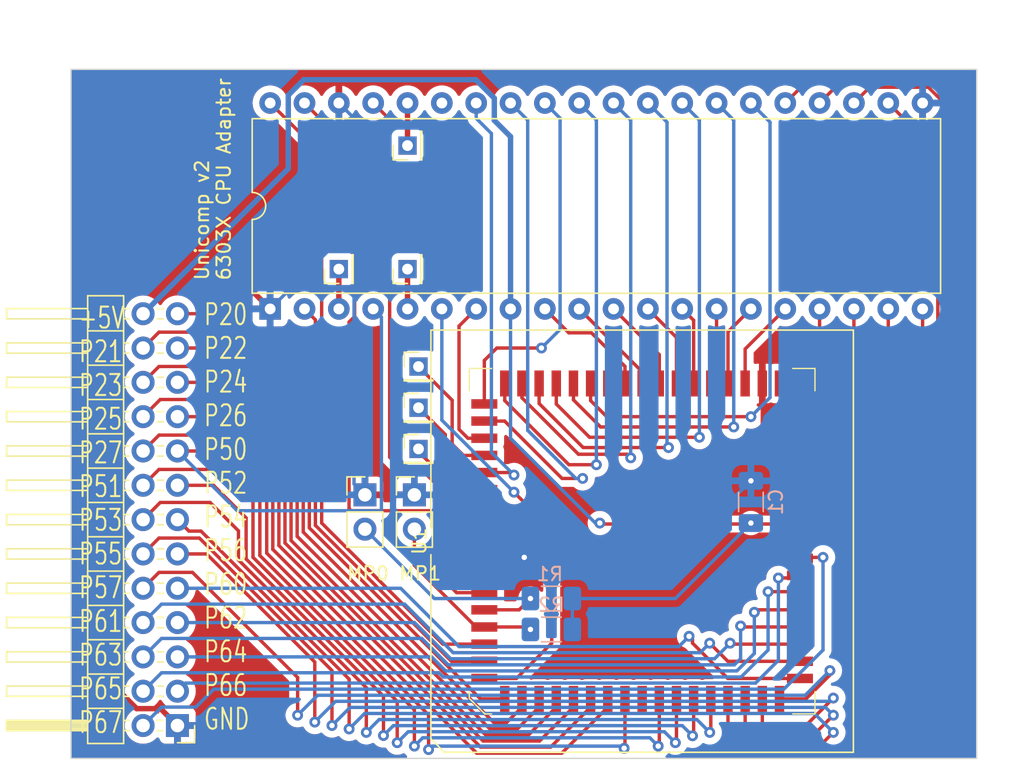
<source format=kicad_pcb>
(kicad_pcb (version 20221018) (generator pcbnew)
  (layers (0 "F.Cu" signal) (31 "B.Cu" signal) (34 "B.Paste" user) (35 "F.Paste" user) (36 "B.SilkS" user "B.Silkscreen") (37 "F.SilkS" user "F.Silkscreen") (38 "B.Mask" user) (39 "F.Mask" user) (44 "Edge.Cuts" user))
  (net 0 "")
  (net 1 "+5V")
  (net 2 "GND")
  (net 3 "/P20")
  (net 4 "/P21")
  (net 5 "/P22")
  (net 6 "/~{NMI}")
  (net 7 "/~{IRQ1}")
  (net 8 "/~{RST}")
  (net 9 "/P23")
  (net 10 "/P24")
  (net 11 "/A15")
  (net 12 "/A14")
  (net 13 "/A13")
  (net 14 "/A12")
  (net 15 "/A11")
  (net 16 "/A10")
  (net 17 "/A9")
  (net 18 "/A8")
  (net 19 "/D7")
  (net 20 "/D6")
  (net 21 "/D5")
  (net 22 "/D4")
  (net 23 "/D3")
  (net 24 "/D2")
  (net 25 "/D1")
  (net 26 "/D0")
  (net 27 "/R{slash}~{W}")
  (net 28 "Net-(J6-Pin_1)")
  (net 29 "/A0")
  (net 30 "/A1")
  (net 31 "/A2")
  (net 32 "/A3")
  (net 33 "/A4")
  (net 34 "/A5")
  (net 35 "/A6")
  (net 36 "/A7")
  (net 37 "/PHI2")
  (net 38 "/CPUCLK")
  (net 39 "+5C")
  (net 40 "/MP0")
  (net 41 "/MP1")
  (net 43 "Net-(J3-Pin_1)")
  (net 44 "Net-(J4-Pin_1)")
  (net 45 "/~{HALT}")
  (net 48 "/BA")
  (net 49 "/P25")
  (net 50 "/P26")
  (net 51 "/P27")
  (net 54 "/P51")
  (net 55 "/P52")
  (net 56 "/P53")
  (net 57 "/P54")
  (net 58 "/P55")
  (net 59 "/P56")
  (net 60 "/P57")
  (net 61 "/P60")
  (net 62 "/P61")
  (net 63 "/P62")
  (net 64 "/P63")
  (net 65 "/P64")
  (net 66 "/P65")
  (net 67 "/P66")
  (net 68 "/P67")
  (net 69 "/~{LIR}")
  (net 70 "/~{WR}")
  (net 71 "/~{RD}")
  (footprint "Connector_PinHeader_2.54mm:PinHeader_1x02_P2.54mm_Vertical" (layer "F.Cu") (at 180.7464 66.4922)
    (fp_text reference "JP1" hide)
    (fp_text value "Mode" hide)
  )
  (footprint "Connector_PinHeader_2.00mm:PinHeader_1x01_P2.00mm_Vertical" (layer "F.Cu") (at 183.896 40.64 90)
    (fp_text reference "J4" hide)
    (fp_text value ".")
  )
  (footprint "Package_DIP:DIP-40_W15.24mm" (layer "F.Cu") (at 173.736 52.7304 90)
    (fp_text reference "U3" hide)
    (fp_text value "MC6802")
  )
  (footprint "Connector_PinHeader_2.54mm:PinHeader_2x13_P2.54mm_Horizontal" (layer "F.Cu") (at 166.878 83.566 180)
    (fp_text reference "J1" hide)
    (fp_text value "Conn_02x13_Odd_Even" hide)
  )
  (footprint "Connector_PinHeader_2.54mm:PinHeader_1x02_P2.54mm_Vertical" (layer "F.Cu") (at 184.404 66.4922)
    (fp_text reference "JP2" hide)
    (fp_text value "Mode" hide)
  )
  (footprint "Package_LCC:PLCC-68_SMD-Socket" (layer "F.Cu") (at 201.25 69.9225 90)
    (fp_text reference "U1")
    (fp_text value "HD6303XCP" hide)
  )
  (footprint "Connector_PinHeader_2.00mm:PinHeader_1x01_P2.00mm_Vertical" (layer "F.Cu") (at 184.7088 56.9976)
    (fp_text reference "J7" hide)
    (fp_text value ".")
  )
  (footprint "Connector_PinHeader_2.00mm:PinHeader_1x01_P2.00mm_Vertical" (layer "F.Cu") (at 183.896 49.784 90)
    (fp_text reference "J6" hide)
    (fp_text value ".")
  )
  (footprint "Connector_PinHeader_2.00mm:PinHeader_1x01_P2.00mm_Vertical" (layer "F.Cu") (at 184.7088 60.0456)
    (fp_text reference "J9" hide)
    (fp_text value ".")
  )
  (footprint "Connector_PinHeader_2.00mm:PinHeader_1x01_P2.00mm_Vertical" (layer "F.Cu") (at 184.7088 63.0936)
    (fp_text reference "J8" hide)
    (fp_text value ".")
  )
  (footprint "Connector_PinHeader_2.00mm:PinHeader_1x01_P2.00mm_Vertical" (layer "F.Cu") (at 178.816 49.784 90)
    (fp_text reference "J3" hide)
    (fp_text value ".")
  )
  (footprint "Capacitor_SMD:C_1206_3216Metric_Pad1.33x1.80mm_HandSolder" (layer "B.Cu") (at 209.296004 67.017495 90)
    (fp_text reference "C1")
    (fp_text value "100n")
  )
  (footprint "Resistor_SMD:R_1206_3216Metric_Pad1.30x1.75mm_HandSolder" (layer "B.Cu") (at 194.538 74.168 180)
    (fp_text reference "R1")
    (fp_text value "22k")
  )
  (footprint "Resistor_SMD:R_1206_3216Metric_Pad1.30x1.75mm_HandSolder" (layer "B.Cu") (at 194.538 76.454 180)
    (fp_text reference "R2")
    (fp_text value "22k")
  )
  (gr_rect (start 159 35) (end 226 86) (stroke (width 0.1)) (fill none) (layer "Edge.Cuts"))
  (gr_text "MP0 MP1\n" (at 179.324 72.898) (layer "F.SilkS") (effects (font (size 1 1)) (justify left bottom)))
  (gr_text "+5V\nP21\nP23\nP25\nP27\nP51\nP53\nP55\nP57\nP61\nP63\nP65\nP67" (at 159.5 84.25) (layer "F.SilkS") (effects (font (size 1.55 1.1)) (justify left bottom)))
  (gr_text "Unicomp v2\n6303X CPU Adapter" (at 170.8912 50.6984 90) (layer "F.SilkS") (effects (font (size 1 1)) (justify left bottom)))
  (gr_text "P20\nP22\nP24\nP26\nP50\nP52\nP54\nP56\nP60\nP62\nP64\nP66\nGND\n" (at 168.75 84) (layer "F.SilkS") (effects (font (size 1.55 1.1)) (justify left bottom)))
  (segment (start 198.1925 68.6525) (end 198.12 68.58) (width 0.25) (layer "F.Cu") (net 1))
  (segment (start 212.9225 68.6525) (end 198.1925 68.6525) (width 0.25) (layer "F.Cu") (net 1))
  (via (at 198.12 68.58) (size 0.8) (drill 0.4) (layers "F.Cu" "B.Cu") (net 1))
  (via (at 209.295995 68.580004) (size 0.8) (drill 0.4) (layers "F.Cu" "B.Cu") (net 1))
  (segment (start 190.316 38.7796) (end 191.516 39.9796) (width 0.4) (layer "B.Cu") (net 1))
  (segment (start 203.707999 74.168) (end 209.295995 68.580004) (width 0.25) (layer "B.Cu") (net 1))
  (segment (start 176.2252 35.7632) (end 188.945857 35.7632) (width 0.4) (layer "B.Cu") (net 1))
  (segment (start 164.338 53.086) (end 175.076 42.348) (width 0.4) (layer "B.Cu") (net 1))
  (segment (start 191.516 62.310016) (end 197.785984 68.58) (width 0.25) (layer "B.Cu") (net 1))
  (segment (start 190.316 37.133343) (end 190.316 38.7796) (width 0.4) (layer "B.Cu") (net 1))
  (segment (start 175.076 42.348) (end 175.076 36.9124) (width 0.4) (layer "B.Cu") (net 1))
  (segment (start 209.296004 68.579995) (end 209.295995 68.580004) (width 0.25) (layer "B.Cu") (net 1))
  (segment (start 175.076 36.9124) (end 176.2252 35.7632) (width 0.4) (layer "B.Cu") (net 1))
  (segment (start 188.945857 35.7632) (end 190.316 37.133343) (width 0.4) (layer "B.Cu") (net 1))
  (segment (start 196.088 76.454) (end 196.088 74.168) (width 0.25) (layer "B.Cu") (net 1))
  (segment (start 197.785984 68.58) (end 198.12 68.58) (width 0.25) (layer "B.Cu") (net 1))
  (segment (start 191.516 52.7304) (end 191.516 62.310016) (width 0.25) (layer "B.Cu") (net 1))
  (segment (start 196.088 74.168) (end 203.707999 74.168) (width 0.25) (layer "B.Cu") (net 1))
  (segment (start 191.516 39.9796) (end 191.516 52.7304) (width 0.4) (layer "B.Cu") (net 1))
  (segment (start 188.0325 71.1925) (end 186.69 69.85) (width 0.25) (layer "F.Cu") (net 2))
  (segment (start 186.69 67.31) (end 185.8722 66.4922) (width 0.25) (layer "F.Cu") (net 2))
  (segment (start 210.14 65.196) (end 209.881005 65.454995) (width 0.25) (layer "F.Cu") (net 2))
  (segment (start 163.860233 82.316) (end 165.628 82.316) (width 0.4) (layer "F.Cu") (net 2))
  (segment (start 186.69 69.85) (end 186.69 67.31) (width 0.25) (layer "F.Cu") (net 2))
  (segment (start 210.14 58.25) (end 210.14 65.196) (width 0.25) (layer "F.Cu") (net 2))
  (segment (start 165.628 82.316) (end 166.878 83.566) (width 0.4) (layer "F.Cu") (net 2))
  (segment (start 180.7464 66.4922) (end 184.404 66.4922) (width 0.25) (layer "F.Cu") (net 2))
  (segment (start 163.576 51.054) (end 162.306 52.324) (width 0.4) (layer "F.Cu") (net 2))
  (segment (start 185.8722 66.4922) (end 184.404 66.4922) (width 0.25) (layer "F.Cu") (net 2))
  (segment (start 192.4595 71.1925) (end 192.532 71.12) (width 0.25) (layer "F.Cu") (net 2))
  (segment (start 162.306 52.324) (end 162.306 80.761767) (width 0.4) (layer "F.Cu") (net 2))
  (segment (start 162.306 80.761767) (end 163.860233 82.316) (width 0.4) (layer "F.Cu") (net 2))
  (segment (start 172.0596 51.054) (end 163.576 51.054) (width 0.4) (layer "F.Cu") (net 2))
  (segment (start 173.736 52.7304) (end 172.0596 51.054) (width 0.4) (layer "F.Cu") (net 2))
  (segment (start 189.5775 71.1925) (end 188.0325 71.1925) (width 0.25) (layer "F.Cu") (net 2))
  (segment (start 209.881005 65.454995) (end 209.296004 65.454995) (width 0.25) (layer "F.Cu") (net 2))
  (segment (start 189.5775 71.1925) (end 192.4595 71.1925) (width 0.25) (layer "F.Cu") (net 2))
  (via (at 209.296004 65.454995) (size 0.8) (drill 0.4) (layers "F.Cu" "B.Cu") (net 2))
  (via (at 192.532 71.12) (size 0.8) (drill 0.4) (layers "F.Cu" "B.Cu") (net 2))
  (segment (start 179.941 65.6868) (end 180.7464 66.4922) (width 0.25) (layer "B.Cu") (net 2))
  (segment (start 179.941 38.6154) (end 179.941 65.6868) (width 0.25) (layer "B.Cu") (net 2))
  (segment (start 178.816 47.6504) (end 173.736 52.7304) (width 0.25) (layer "B.Cu") (net 2))
  (segment (start 178.816 37.4904) (end 179.941 38.6154) (width 0.25) (layer "B.Cu") (net 2))
  (segment (start 178.816 37.4904) (end 178.816 47.6504) (width 0.25) (layer "B.Cu") (net 2))
  (segment (start 192.532 71.12) (end 203.630999 71.12) (width 0.25) (layer "B.Cu") (net 2))
  (segment (start 203.630999 71.12) (end 209.296004 65.454995) (width 0.25) (layer "B.Cu") (net 2))
  (segment (start 166.878 53.086) (end 171.324396 53.086) (width 0.25) (layer "F.Cu") (net 3))
  (segment (start 176.632 68.936) (end 189.291 81.595) (width 0.25) (layer "F.Cu") (net 3))
  (segment (start 171.324396 53.086) (end 176.632 58.393604) (width 0.25) (layer "F.Cu") (net 3))
  (segment (start 189.291 81.595) (end 191.09 81.595) (width 0.25) (layer "F.Cu") (net 3))
  (segment (start 176.632 58.393604) (end 176.632 68.936) (width 0.25) (layer "F.Cu") (net 3))
  (segment (start 165.513 54.451) (end 172.053 54.451) (width 0.25) (layer "F.Cu") (net 4))
  (segment (start 176.182 58.58) (end 176.182 69.248) (width 0.25) (layer "F.Cu") (net 4))
  (segment (start 176.182 69.248) (end 190.296 83.362) (width 0.25) (layer "F.Cu") (net 4))
  (segment (start 172.053 54.451) (end 176.182 58.58) (width 0.25) (layer "F.Cu") (net 4))
  (segment (start 191.2055 83.362) (end 192.36 82.2075) (width 0.25) (layer "F.Cu") (net 4))
  (segment (start 192.36 82.2075) (end 192.36 81.595) (width 0.25) (layer "F.Cu") (net 4))
  (segment (start 164.338 55.626) (end 165.513 54.451) (width 0.25) (layer "F.Cu") (net 4))
  (segment (start 190.296 83.362) (end 191.2055 83.362) (width 0.25) (layer "F.Cu") (net 4))
  (segment (start 175.732 59.779604) (end 175.732 69.56) (width 0.25) (layer "F.Cu") (net 5))
  (segment (start 171.578396 55.626) (end 175.732 59.779604) (width 0.25) (layer "F.Cu") (net 5))
  (segment (start 166.878 55.626) (end 171.578396 55.626) (width 0.25) (layer "F.Cu") (net 5))
  (segment (start 175.732 69.56) (end 189.984 83.812) (width 0.25) (layer "F.Cu") (net 5))
  (segment (start 192.0255 83.812) (end 193.63 82.2075) (width 0.25) (layer "F.Cu") (net 5))
  (segment (start 193.63 82.2075) (end 193.63 81.595) (width 0.25) (layer "F.Cu") (net 5))
  (segment (start 189.984 83.812) (end 192.0255 83.812) (width 0.25) (layer "F.Cu") (net 5))
  (segment (start 189.5775 80.0825) (end 191.9515 80.0825) (width 0.25) (layer "F.Cu") (net 6))
  (segment (start 194.564 69.088004) (end 191.769996 66.294) (width 0.25) (layer "F.Cu") (net 6))
  (segment (start 194.564 77.47) (end 194.564 69.088004) (width 0.25) (layer "F.Cu") (net 6))
  (segment (start 191.9515 80.0825) (end 194.564 77.47) (width 0.25) (layer "F.Cu") (net 6))
  (via (at 191.769996 66.294) (size 0.8) (drill 0.4) (layers "F.Cu" "B.Cu") (net 6))
  (segment (start 186.436 60.960004) (end 191.769996 66.294) (width 0.25) (layer "B.Cu") (net 6))
  (segment (start 186.436 52.7304) (end 186.436 60.960004) (width 0.25) (layer "B.Cu") (net 6))
  (segment (start 172.974 70.983228) (end 184.404 82.413228) (width 0.25) (layer "F.Cu") (net 7))
  (segment (start 172.466 63.246) (end 172.974 63.754) (width 0.25) (layer "F.Cu") (net 7))
  (segment (start 184.404 82.413228) (end 184.404 85.09) (width 0.25) (layer "F.Cu") (net 7))
  (segment (start 202.438 85.09) (end 202.52 85.008) (width 0.25) (layer "F.Cu") (net 7))
  (segment (start 202.52 85.008) (end 202.52 81.595) (width 0.25) (layer "F.Cu") (net 7))
  (segment (start 166.878 63.246) (end 172.466 63.246) (width 0.25) (layer "F.Cu") (net 7))
  (segment (start 172.974 63.754) (end 172.974 70.983228) (width 0.25) (layer "F.Cu") (net 7))
  (via (at 184.404 85.09) (size 0.8) (drill 0.4) (layers "F.Cu" "B.Cu") (net 7))
  (via (at 202.438 85.09) (size 0.8) (drill 0.4) (layers "F.Cu" "B.Cu") (net 7))
  (segment (start 201.822 84.474) (end 185.02 84.474) (width 0.25) (layer "B.Cu") (net 7))
  (segment (start 171.2992 67.6672) (end 181.9214 67.6672) (width 0.25) (layer "B.Cu") (net 7))
  (segment (start 166.878 63.246) (end 171.2992 67.6672) (width 0.25) (layer "B.Cu") (net 7))
  (segment (start 181.9214 67.6672) (end 181.9656 67.623) (width 0.25) (layer "B.Cu") (net 7))
  (segment (start 181.9656 67.623) (end 181.9656 53.34) (width 0.25) (layer "B.Cu") (net 7))
  (segment (start 181.9656 53.34) (end 181.356 52.7304) (width 0.25) (layer "B.Cu") (net 7))
  (segment (start 202.438 85.09) (end 201.822 84.474) (width 0.25) (layer "B.Cu") (net 7))
  (segment (start 185.02 84.474) (end 184.404 85.09) (width 0.25) (layer "B.Cu") (net 7))
  (segment (start 189.5775 77.5425) (end 186.511292 77.5425) (width 0.25) (layer "F.Cu") (net 8))
  (segment (start 186.511292 77.5425) (end 177.546 68.577208) (width 0.25) (layer "F.Cu") (net 8))
  (segment (start 177.546 68.577208) (end 177.546 41.3004) (width 0.25) (layer "F.Cu") (net 8))
  (segment (start 177.546 41.3004) (end 173.736 37.4904) (width 0.25) (layer "F.Cu") (net 8))
  (segment (start 194.9 82.2075) (end 194.9 81.595) (width 0.25) (layer "F.Cu") (net 9))
  (segment (start 164.338 58.166) (end 165.513 56.991) (width 0.25) (layer "F.Cu") (net 9))
  (segment (start 175.282 59.966) (end 175.282 69.869208) (width 0.25) (layer "F.Cu") (net 9))
  (segment (start 172.307 56.991) (end 175.282 59.966) (width 0.25) (layer "F.Cu") (net 9))
  (segment (start 192.8455 84.262) (end 194.9 82.2075) (width 0.25) (layer "F.Cu") (net 9))
  (segment (start 165.513 56.991) (end 172.307 56.991) (width 0.25) (layer "F.Cu") (net 9))
  (segment (start 175.282 69.869208) (end 189.674792 84.262) (width 0.25) (layer "F.Cu") (net 9))
  (segment (start 189.674792 84.262) (end 192.8455 84.262) (width 0.25) (layer "F.Cu") (net 9))
  (segment (start 166.878 58.166) (end 171.832396 58.166) (width 0.25) (layer "F.Cu") (net 10))
  (segment (start 196.17 82.2075) (end 196.17 81.595) (width 0.25) (layer "F.Cu") (net 10))
  (segment (start 189.488396 84.712) (end 193.6655 84.712) (width 0.25) (layer "F.Cu") (net 10))
  (segment (start 171.832396 58.166) (end 174.832 61.165604) (width 0.25) (layer "F.Cu") (net 10))
  (segment (start 174.832 61.165604) (end 174.832 70.055604) (width 0.25) (layer "F.Cu") (net 10))
  (segment (start 174.832 70.055604) (end 189.488396 84.712) (width 0.25) (layer "F.Cu") (net 10))
  (segment (start 193.6655 84.712) (end 196.17 82.2075) (width 0.25) (layer "F.Cu") (net 10))
  (segment (start 213.9188 35.4076) (end 211.836 37.4904) (width 0.25) (layer "F.Cu") (net 11))
  (segment (start 212.9225 67.3825) (end 214.1175 67.3825) (width 0.25) (layer "F.Cu") (net 11))
  (segment (start 224.1296 35.4076) (end 213.9188 35.4076) (width 0.25) (layer "F.Cu") (net 11))
  (segment (start 225.044 36.322) (end 224.1296 35.4076) (width 0.25) (layer "F.Cu") (net 11))
  (segment (start 225.044 56.456) (end 225.044 36.322) (width 0.25) (layer "F.Cu") (net 11))
  (segment (start 214.1175 67.3825) (end 225.044 56.456) (width 0.25) (layer "F.Cu") (net 11))
  (segment (start 224.536 37.084) (end 224.536 55.7115) (width 0.25) (layer "F.Cu") (net 12))
  (segment (start 216.0088 35.8576) (end 223.3096 35.8576) (width 0.25) (layer "F.Cu") (net 12))
  (segment (start 224.536 55.7115) (end 214.135 66.1125) (width 0.25) (layer "F.Cu") (net 12))
  (segment (start 214.135 66.1125) (end 212.9225 66.1125) (width 0.25) (layer "F.Cu") (net 12))
  (segment (start 214.376 37.4904) (end 216.0088 35.8576) (width 0.25) (layer "F.Cu") (net 12))
  (segment (start 223.3096 35.8576) (end 224.536 37.084) (width 0.25) (layer "F.Cu") (net 12))
  (segment (start 224.086 55.164) (end 214.4075 64.8425) (width 0.25) (layer "F.Cu") (net 13))
  (segment (start 224.086 37.989409) (end 224.086 55.164) (width 0.25) (layer "F.Cu") (net 13))
  (segment (start 218.0844 36.322) (end 222.418591 36.322) (width 0.25) (layer "F.Cu") (net 13))
  (segment (start 216.916 37.4904) (end 218.0844 36.322) (width 0.25) (layer "F.Cu") (net 13))
  (segment (start 222.418591 36.322) (end 224.086 37.989409) (width 0.25) (layer "F.Cu") (net 13))
  (segment (start 214.4075 64.8425) (end 212.9225 64.8425) (width 0.25) (layer "F.Cu") (net 13))
  (segment (start 223.121 41.1554) (end 219.456 37.4904) (width 0.25) (layer "F.Cu") (net 14))
  (segment (start 214.6775 63.5725) (end 223.121 55.129) (width 0.25) (layer "F.Cu") (net 14))
  (segment (start 223.121 55.129) (end 223.121 41.1554) (width 0.25) (layer "F.Cu") (net 14))
  (segment (start 212.9225 63.5725) (end 214.6775 63.5725) (width 0.25) (layer "F.Cu") (net 14))
  (segment (start 221.996 54.864) (end 214.5575 62.3025) (width 0.25) (layer "F.Cu") (net 15))
  (segment (start 221.996 52.7304) (end 221.996 54.864) (width 0.25) (layer "F.Cu") (net 15))
  (segment (start 214.5575 62.3025) (end 212.9225 62.3025) (width 0.25) (layer "F.Cu") (net 15))
  (segment (start 212.9225 61.0325) (end 214.8115 61.0325) (width 0.25) (layer "F.Cu") (net 16))
  (segment (start 219.456 56.388) (end 219.456 52.7304) (width 0.25) (layer "F.Cu") (net 16))
  (segment (start 214.8115 61.0325) (end 219.456 56.388) (width 0.25) (layer "F.Cu") (net 16))
  (segment (start 214.0495 59.7625) (end 216.916 56.896) (width 0.25) (layer "F.Cu") (net 17))
  (segment (start 212.9225 59.7625) (end 214.0495 59.7625) (width 0.25) (layer "F.Cu") (net 17))
  (segment (start 216.916 56.896) (end 216.916 52.7304) (width 0.25) (layer "F.Cu") (net 17))
  (segment (start 214.376 52.7304) (end 214.376 55.284) (width 0.25) (layer "F.Cu") (net 18))
  (segment (start 214.376 55.284) (end 211.41 58.25) (width 0.25) (layer "F.Cu") (net 18))
  (segment (start 197.44 58.25) (end 197.44 59.518) (width 0.25) (layer "F.Cu") (net 19))
  (segment (start 197.44 59.518) (end 198.628 60.706) (width 0.25) (layer "F.Cu") (net 19))
  (segment (start 198.628 60.706) (end 209.296 60.706) (width 0.25) (layer "F.Cu") (net 19))
  (via (at 209.296 60.706) (size 0.8) (drill 0.4) (layers "F.Cu" "B.Cu") (net 19))
  (segment (start 210.711 38.9054) (end 209.296 37.4904) (width 0.25) (layer "B.Cu") (net 19))
  (segment (start 209.296 60.706) (end 210.711 59.291) (width 0.25) (layer "B.Cu") (net 19))
  (segment (start 210.711 59.291) (end 210.711 38.9054) (width 0.25) (layer "B.Cu") (net 19))
  (segment (start 196.17 59.4625) (end 198.1755 61.468) (width 0.25) (layer "F.Cu") (net 20))
  (segment (start 198.1755 61.468) (end 208.026 61.468) (width 0.25) (layer "F.Cu") (net 20))
  (segment (start 196.17 58.25) (end 196.17 59.4625) (width 0.25) (layer "F.Cu") (net 20))
  (via (at 208.026 61.468) (size 0.8) (drill 0.4) (layers "F.Cu" "B.Cu") (net 20))
  (segment (start 206.756 37.4904) (end 208.026 38.7604) (width 0.25) (layer "B.Cu") (net 20))
  (segment (start 208.026 38.7604) (end 208.026 61.468) (width 0.25) (layer "B.Cu") (net 20))
  (segment (start 194.9 59.772) (end 197.357996 62.229996) (width 0.25) (layer "F.Cu") (net 21))
  (segment (start 194.9 58.25) (end 194.9 59.772) (width 0.25) (layer "F.Cu") (net 21))
  (segment (start 197.357996 62.229996) (end 205.486 62.229996) (width 0.25) (layer "F.Cu") (net 21))
  (via (at 205.486 62.229996) (size 0.8) (drill 0.4) (layers "F.Cu" "B.Cu") (net 21))
  (segment (start 205.486 38.7604) (end 205.486 62.229996) (width 0.25) (layer "B.Cu") (net 21))
  (segment (start 204.216 37.4904) (end 205.486 38.7604) (width 0.25) (layer "B.Cu") (net 21))
  (segment (start 196.890941 62.992) (end 203.2 62.992) (width 0.25) (layer "F.Cu") (net 22))
  (segment (start 193.63 59.731059) (end 196.890941 62.992) (width 0.25) (layer "F.Cu") (net 22))
  (segment (start 193.63 58.25) (end 193.63 59.731059) (width 0.25) (layer "F.Cu") (net 22))
  (via (at 203.2 62.992) (size 0.8) (drill 0.4) (layers "F.Cu" "B.Cu") (net 22))
  (segment (start 203.2 62.992) (end 203.091 62.883) (width 0.25) (layer "B.Cu") (net 22))
  (segment (start 203.091 62.883) (end 203.091 38.9054) (width 0.25) (layer "B.Cu") (net 22))
  (segment (start 203.091 38.9054) (end 201.676 37.4904) (width 0.25) (layer "B.Cu") (net 22))
  (segment (start 200.138992 63.487) (end 200.406 63.754008) (width 0.25) (layer "F.Cu") (net 23))
  (segment (start 196.537412 63.487) (end 200.138992 63.487) (width 0.25) (layer "F.Cu") (net 23))
  (segment (start 192.36 59.309588) (end 196.537412 63.487) (width 0.25) (layer "F.Cu") (net 23))
  (segment (start 192.36 58.25) (end 192.36 59.309588) (width 0.25) (layer "F.Cu") (net 23))
  (via (at 200.406 63.754008) (size 0.8) (drill 0.4) (layers "F.Cu" "B.Cu") (net 23))
  (segment (start 200.406 38.7604) (end 200.406 63.754008) (width 0.25) (layer "B.Cu") (net 23))
  (segment (start 199.136 37.4904) (end 200.406 38.7604) (width 0.25) (layer "B.Cu") (net 23))
  (segment (start 191.09 59.518) (end 195.834 64.262) (width 0.25) (layer "F.Cu") (net 24))
  (segment (start 191.09 58.25) (end 191.09 59.518) (width 0.25) (layer "F.Cu") (net 24))
  (segment (start 195.834 64.262) (end 197.866008 64.262) (width 0.25) (layer "F.Cu") (net 24))
  (via (at 197.866008 64.262) (size 0.8) (drill 0.4) (layers "F.Cu" "B.Cu") (net 24))
  (segment (start 196.596 37.4904) (end 197.866008 38.760408) (width 0.25) (layer "B.Cu") (net 24))
  (segment (start 197.866008 38.760408) (end 197.866008 64.262) (width 0.25) (layer "B.Cu") (net 24))
  (segment (start 190.5 55.626) (end 189.5775 56.5485) (width 0.25) (layer "F.Cu") (net 25))
  (segment (start 193.802 55.626) (end 190.5 55.626) (width 0.25) (layer "F.Cu") (net 25))
  (segment (start 189.5775 56.5485) (end 189.5775 59.7625) (width 0.25) (layer "F.Cu") (net 25))
  (via (at 193.802 55.626) (size 0.8) (drill 0.4) (layers "F.Cu" "B.Cu") (net 25))
  (segment (start 194.056 37.4904) (end 195.181 38.6154) (width 0.25) (layer "B.Cu") (net 25))
  (segment (start 195.181 54.247) (end 193.802 55.626) (width 0.25) (layer "B.Cu") (net 25))
  (segment (start 195.181 38.6154) (end 195.181 54.247) (width 0.25) (layer "B.Cu") (net 25))
  (segment (start 191.0805 61.0325) (end 195.326 65.278) (width 0.25) (layer "F.Cu") (net 26))
  (segment (start 189.5775 61.0325) (end 191.0805 61.0325) (width 0.25) (layer "F.Cu") (net 26))
  (segment (start 195.326 65.278) (end 196.85 65.278) (width 0.25) (layer "F.Cu") (net 26))
  (via (at 196.85 65.278) (size 0.8) (drill 0.4) (layers "F.Cu" "B.Cu") (net 26))
  (segment (start 192.786 61.722) (end 196.342 65.278) (width 0.25) (layer "B.Cu") (net 26))
  (segment (start 192.786 38.7604) (end 192.786 61.722) (width 0.25) (layer "B.Cu") (net 26))
  (segment (start 191.516 37.4904) (end 192.786 38.7604) (width 0.25) (layer "B.Cu") (net 26))
  (segment (start 196.342 65.278) (end 196.85 65.278) (width 0.25) (layer "B.Cu") (net 26))
  (segment (start 189.5775 64.8425) (end 191.5885 64.8425) (width 0.25) (layer "F.Cu") (net 27))
  (segment (start 191.5885 64.8425) (end 191.77 65.024) (width 0.25) (layer "F.Cu") (net 27))
  (via (at 191.77 65.024) (size 0.8) (drill 0.4) (layers "F.Cu" "B.Cu") (net 27))
  (segment (start 188.976 38.62177) (end 190.101 39.74677) (width 0.25) (layer "B.Cu") (net 27))
  (segment (start 190.101 39.74677) (end 190.101 63.355) (width 0.25) (layer "B.Cu") (net 27))
  (segment (start 188.976 37.4904) (end 188.976 38.62177) (width 0.25) (layer "B.Cu") (net 27))
  (segment (start 190.101 63.355) (end 191.77 65.024) (width 0.25) (layer "B.Cu") (net 27))
  (segment (start 183.896 49.784) (end 183.896 52.7304) (width 0.4) (layer "F.Cu") (net 28))
  (segment (start 195.8256 54.5) (end 197.5 54.5) (width 0.25) (layer "F.Cu") (net 29))
  (segment (start 197.5 54.5) (end 199.98 56.98) (width 0.25) (layer "F.Cu") (net 29))
  (segment (start 194.056 52.7304) (end 195.8256 54.5) (width 0.25) (layer "F.Cu") (net 29))
  (segment (start 199.98 56.98) (end 199.98 58.25) (width 0.25) (layer "F.Cu") (net 29))
  (segment (start 196.596 52.7304) (end 201.25 57.3844) (width 0.25) (layer "F.Cu") (net 30))
  (segment (start 201.25 57.3844) (end 201.25 58.25) (width 0.25) (layer "F.Cu") (net 30))
  (segment (start 202.52 56.1144) (end 202.52 58.25) (width 0.25) (layer "F.Cu") (net 31))
  (segment (start 199.136 52.7304) (end 202.52 56.1144) (width 0.25) (layer "F.Cu") (net 31))
  (segment (start 203.79 54.8444) (end 203.79 58.25) (width 0.25) (layer "F.Cu") (net 32))
  (segment (start 201.676 52.7304) (end 203.79 54.8444) (width 0.25) (layer "F.Cu") (net 32))
  (segment (start 205.06 53.5744) (end 205.06 58.25) (width 0.25) (layer "F.Cu") (net 33))
  (segment (start 204.216 52.7304) (end 205.06 53.5744) (width 0.25) (layer "F.Cu") (net 33))
  (segment (start 206.756 54.994) (end 206.33 55.42) (width 0.25) (layer "F.Cu") (net 34))
  (segment (start 206.33 55.42) (end 206.33 58.25) (width 0.25) (layer "F.Cu") (net 34))
  (segment (start 206.756 52.7304) (end 206.756 54.994) (width 0.25) (layer "F.Cu") (net 34))
  (segment (start 209.296 52.7304) (end 207.6 54.4264) (width 0.25) (layer "F.Cu") (net 35))
  (segment (start 207.6 54.4264) (end 207.6 58.25) (width 0.25) (layer "F.Cu") (net 35))
  (segment (start 208.87 55.6964) (end 208.87 58.25) (width 0.25) (layer "F.Cu") (net 36))
  (segment (start 211.836 52.7304) (end 208.87 55.6964) (width 0.25) (layer "F.Cu") (net 36))
  (segment (start 189.5775 68.6525) (end 188.965 68.6525) (width 0.25) (layer "F.Cu") (net 37))
  (segment (start 185.0825 64.77) (end 183.642 64.77) (width 0.25) (layer "F.Cu") (net 37))
  (segment (start 182.5752 38.7096) (end 181.356 37.4904) (width 0.25) (layer "F.Cu") (net 37))
  (segment (start 182.5752 63.7032) (end 182.5752 38.7096) (width 0.25) (layer "F.Cu") (net 37))
  (segment (start 188.965 68.6525) (end 185.0825 64.77) (width 0.25) (layer "F.Cu") (net 37))
  (segment (start 183.642 64.77) (end 182.5752 63.7032) (width 0.25) (layer "F.Cu") (net 37))
  (segment (start 186.182 72.39) (end 187.5245 73.7325) (width 0.25) (layer "F.Cu") (net 38))
  (segment (start 179.9844 41.1988) (end 176.276 37.4904) (width 0.25) (layer "F.Cu") (net 38))
  (segment (start 186.182 68.2718) (end 186.182 72.39) (width 0.25) (layer "F.Cu") (net 38))
  (segment (start 185.5774 67.6672) (end 179.732 67.6672) (width 0.25) (layer "F.Cu") (net 38))
  (segment (start 179.5714 53.7022) (end 179.9844 53.2892) (width 0.25) (layer "F.Cu") (net 38))
  (segment (start 185.5774 67.6672) (end 186.182 68.2718) (width 0.25) (layer "F.Cu") (net 38))
  (segment (start 187.5245 73.7325) (end 189.5775 73.7325) (width 0.25) (layer "F.Cu") (net 38))
  (segment (start 179.5714 67.5066) (end 179.5714 53.7022) (width 0.25) (layer "F.Cu") (net 38))
  (segment (start 179.732 67.6672) (end 179.5714 67.5066) (width 0.25) (layer "F.Cu") (net 38))
  (segment (start 179.9844 53.2892) (end 179.9844 41.1988) (width 0.25) (layer "F.Cu") (net 38))
  (segment (start 189.5775 75.0025) (end 192.1535 75.0025) (width 0.25) (layer "F.Cu") (net 40))
  (segment (start 192.1535 75.0025) (end 192.988 74.168) (width 0.25) (layer "F.Cu") (net 40))
  (via (at 192.988 74.168) (size 0.8) (drill 0.4) (layers "F.Cu" "B.Cu") (net 40))
  (segment (start 180.7464 69.0322) (end 185.8822 74.168) (width 0.25) (layer "B.Cu") (net 40))
  (segment (start 185.8822 74.168) (end 192.988 74.168) (width 0.25) (layer "B.Cu") (net 40))
  (segment (start 189.5775 76.2725) (end 192.8065 76.2725) (width 0.25) (layer "F.Cu") (net 41))
  (segment (start 192.8065 76.2725) (end 192.988 76.454) (width 0.25) (layer "F.Cu") (net 41))
  (segment (start 189.5775 76.2725) (end 188.965 76.2725) (width 0.25) (layer "F.Cu") (net 41))
  (segment (start 188.965 76.2725) (end 184.404 71.7115) (width 0.25) (layer "F.Cu") (net 41))
  (segment (start 184.404 71.7115) (end 184.404 69.0322) (width 0.25) (layer "F.Cu") (net 41))
  (via (at 192.988 76.454) (size 0.8) (drill 0.4) (layers "F.Cu" "B.Cu") (net 41))
  (segment (start 178.816 49.784) (end 178.816 52.7304) (width 0.4) (layer "F.Cu") (net 43))
  (segment (start 183.896 37.4904) (end 183.896 40.64) (width 0.4) (layer "F.Cu") (net 44))
  (segment (start 177.082 68.749604) (end 177.082 53.5364) (width 0.25) (layer "F.Cu") (net 45))
  (segment (start 189.5775 78.8125) (end 187.144896 78.8125) (width 0.25) (layer "F.Cu") (net 45))
  (segment (start 177.082 53.5364) (end 176.276 52.7304) (width 0.25) (layer "F.Cu") (net 45))
  (segment (start 187.144896 78.8125) (end 177.082 68.749604) (width 0.25) (layer "F.Cu") (net 45))
  (segment (start 188.365 62.3025) (end 187.706 61.6435) (width 0.25) (layer "F.Cu") (net 48))
  (segment (start 189.5775 62.3025) (end 188.365 62.3025) (width 0.25) (layer "F.Cu") (net 48))
  (segment (start 187.706 61.6435) (end 187.706 54.0004) (width 0.25) (layer "F.Cu") (net 48))
  (segment (start 187.706 54.0004) (end 188.976 52.7304) (width 0.25) (layer "F.Cu") (net 48))
  (segment (start 197.44 82.2075) (end 197.44 81.595) (width 0.25) (layer "F.Cu") (net 49))
  (segment (start 189.302 85.162) (end 194.4855 85.162) (width 0.25) (layer "F.Cu") (net 49))
  (segment (start 164.338 60.706) (end 165.608 59.436) (width 0.25) (layer "F.Cu") (net 49))
  (segment (start 172.466 59.436) (end 174.382 61.352) (width 0.25) (layer "F.Cu") (net 49))
  (segment (start 174.382 70.242) (end 189.302 85.162) (width 0.25) (layer "F.Cu") (net 49))
  (segment (start 194.4855 85.162) (end 197.44 82.2075) (width 0.25) (layer "F.Cu") (net 49))
  (segment (start 165.608 59.436) (end 172.466 59.436) (width 0.25) (layer "F.Cu") (net 49))
  (segment (start 174.382 61.352) (end 174.382 70.242) (width 0.25) (layer "F.Cu") (net 49))
  (segment (start 173.932 62.805604) (end 173.932 70.529208) (width 0.25) (layer "F.Cu") (net 50))
  (segment (start 195.3055 85.612) (end 198.71 82.2075) (width 0.25) (layer "F.Cu") (net 50))
  (segment (start 189.014792 85.612) (end 195.3055 85.612) (width 0.25) (layer "F.Cu") (net 50))
  (segment (start 171.832396 60.706) (end 173.932 62.805604) (width 0.25) (layer "F.Cu") (net 50))
  (segment (start 173.932 70.529208) (end 189.014792 85.612) (width 0.25) (layer "F.Cu") (net 50))
  (segment (start 166.878 60.706) (end 171.832396 60.706) (width 0.25) (layer "F.Cu") (net 50))
  (segment (start 198.71 82.2075) (end 198.71 81.595) (width 0.25) (layer "F.Cu") (net 50))
  (segment (start 173.482 62.992) (end 173.482 70.80599) (width 0.25) (layer "F.Cu") (net 51))
  (segment (start 185.454003 82.777993) (end 185.454003 85.344) (width 0.25) (layer "F.Cu") (net 51))
  (segment (start 173.482 70.80599) (end 185.454003 82.777993) (width 0.25) (layer "F.Cu") (net 51))
  (segment (start 172.561 62.071) (end 173.482 62.992) (width 0.25) (layer "F.Cu") (net 51))
  (segment (start 165.513 62.071) (end 172.561 62.071) (width 0.25) (layer "F.Cu") (net 51))
  (segment (start 199.98 85.188272) (end 199.919272 85.249) (width 0.25) (layer "F.Cu") (net 51))
  (segment (start 199.98 81.595) (end 199.98 85.188272) (width 0.25) (layer "F.Cu") (net 51))
  (segment (start 164.338 63.246) (end 165.513 62.071) (width 0.25) (layer "F.Cu") (net 51))
  (via (at 185.454003 85.344) (size 0.8) (drill 0.4) (layers "F.Cu" "B.Cu") (net 51))
  (via (at 199.919272 85.249) (size 0.8) (drill 0.4) (layers "F.Cu" "B.Cu") (net 51))
  (segment (start 199.760272 85.09) (end 185.708003 85.09) (width 0.25) (layer "B.Cu") (net 51))
  (segment (start 185.708003 85.09) (end 185.454003 85.344) (width 0.25) (layer "B.Cu") (net 51))
  (segment (start 199.919272 85.249) (end 199.760272 85.09) (width 0.25) (layer "B.Cu") (net 51))
  (segment (start 171.799 64.611) (end 172.466 65.278) (width 0.25) (layer "F.Cu") (net 54))
  (segment (start 172.466 71.111624) (end 182.122188 80.767812) (width 0.25) (layer "F.Cu") (net 54))
  (segment (start 182.122188 80.767812) (end 183.134 81.779624) (width 0.25) (layer "F.Cu") (net 54))
  (segment (start 172.466 65.278) (end 172.466 71.111624) (width 0.25) (layer "F.Cu") (net 54))
  (segment (start 164.338 65.786) (end 165.513 64.611) (width 0.25) (layer "F.Cu") (net 54))
  (segment (start 183.134 81.779624) (end 183.134 84.836) (width 0.25) (layer "F.Cu") (net 54))
  (segment (start 203.79 84.754) (end 203.79 81.595) (width 0.25) (layer "F.Cu") (net 54))
  (segment (start 203.708 84.836) (end 203.79 84.754) (width 0.25) (layer "F.Cu") (net 54))
  (segment (start 165.513 64.611) (end 171.799 64.611) (width 0.25) (layer "F.Cu") (net 54))
  (via (at 183.134 84.836) (size 0.8) (drill 0.4) (layers "F.Cu" "B.Cu") (net 54))
  (via (at 203.708 84.836) (size 0.8) (drill 0.4) (layers "F.Cu" "B.Cu") (net 54))
  (segment (start 202.896 84.024) (end 203.708 84.836) (width 0.25) (layer "B.Cu") (net 54))
  (segment (start 183.946 84.024) (end 202.896 84.024) (width 0.25) (layer "B.Cu") (net 54))
  (segment (start 183.134 84.836) (end 183.946 84.024) (width 0.25) (layer "B.Cu") (net 54))
  (segment (start 171.958 71.24002) (end 182.118 81.40002) (width 0.25) (layer "F.Cu") (net 55))
  (segment (start 205.06 84.246) (end 205.06 81.595) (width 0.25) (layer "F.Cu") (net 55))
  (segment (start 169.546396 65.786) (end 171.958 68.197604) (width 0.25) (layer "F.Cu") (net 55))
  (segment (start 171.958 68.197604) (end 171.958 71.24002) (width 0.25) (layer "F.Cu") (net 55))
  (segment (start 182.118 81.40002) (end 182.118 84.305) (width 0.25) (layer "F.Cu") (net 55))
  (segment (start 204.978 84.328) (end 205.06 84.246) (width 0.25) (layer "F.Cu") (net 55))
  (segment (start 166.878 65.786) (end 169.546396 65.786) (width 0.25) (layer "F.Cu") (net 55))
  (via (at 182.118 84.305) (size 0.8) (drill 0.4) (layers "F.Cu" "B.Cu") (net 55))
  (via (at 204.978 84.328) (size 0.8) (drill 0.4) (layers "F.Cu" "B.Cu") (net 55))
  (segment (start 182.849 83.574) (end 182.118 84.305) (width 0.25) (layer "B.Cu") (net 55))
  (segment (start 204.224 83.574) (end 182.849 83.574) (width 0.25) (layer "B.Cu") (net 55))
  (segment (start 204.978 84.328) (end 204.224 83.574) (width 0.25) (layer "B.Cu") (net 55))
  (segment (start 206.33 83.992) (end 206.33 81.595) (width 0.25) (layer "F.Cu") (net 56))
  (segment (start 169.292396 67.056) (end 171.392 69.155604) (width 0.25) (layer "F.Cu") (net 56))
  (segment (start 171.392 69.155604) (end 171.392 71.310416) (width 0.25) (layer "F.Cu") (net 56))
  (segment (start 206.248 84.074) (end 206.33 83.992) (width 0.25) (layer "F.Cu") (net 56))
  (segment (start 180.848 80.766416) (end 180.848 84.074) (width 0.25) (layer "F.Cu") (net 56))
  (segment (start 164.338 68.326) (end 165.608 67.056) (width 0.25) (layer "F.Cu") (net 56))
  (segment (start 165.608 67.056) (end 169.292396 67.056) (width 0.25) (layer "F.Cu") (net 56))
  (segment (start 171.392 71.310416) (end 180.342792 80.261208) (width 0.25) (layer "F.Cu") (net 56))
  (segment (start 180.342792 80.261208) (end 180.848 80.766416) (width 0.25) (layer "F.Cu") (net 56))
  (via (at 206.248 84.074) (size 0.8) (drill 0.4) (layers "F.Cu" "B.Cu") (net 56))
  (via (at 180.848 84.074) (size 0.8) (drill 0.4) (layers "F.Cu" "B.Cu") (net 56))
  (segment (start 180.848 84.074) (end 181.798 83.124) (width 0.25) (layer "B.Cu") (net 56))
  (segment (start 181.798 83.124) (end 205.298 83.124) (width 0.25) (layer "B.Cu") (net 56))
  (segment (start 205.298 83.124) (end 206.248 84.074) (width 0.25) (layer "B.Cu") (net 56))
  (segment (start 214.122 85.344) (end 208.788 85.344) (width 0.25) (layer "F.Cu") (net 57))
  (segment (start 167.728 69.176) (end 168.621188 69.176) (width 0.25) (layer "F.Cu") (net 57))
  (segment (start 215.392 84.074) (end 214.122 85.344) (width 0.25) (layer "F.Cu") (net 57))
  (segment (start 168.621188 69.176) (end 179.578 80.132812) (width 0.25) (layer "F.Cu") (net 57))
  (segment (start 208.788 85.344) (end 207.6 84.156) (width 0.25) (layer "F.Cu") (net 57))
  (segment (start 166.878 68.326) (end 167.728 69.176) (width 0.25) (layer "F.Cu") (net 57))
  (segment (start 179.578 80.132812) (end 179.578 83.82) (width 0.25) (layer "F.Cu") (net 57))
  (segment (start 207.6 84.156) (end 207.6 81.595) (width 0.25) (layer "F.Cu") (net 57))
  (via (at 179.578 83.82) (size 0.8) (drill 0.4) (layers "F.Cu" "B.Cu") (net 57))
  (via (at 215.392 84.074) (size 0.8) (drill 0.4) (layers "F.Cu" "B.Cu") (net 57))
  (segment (start 215.392 84.074) (end 213.992 82.674) (width 0.25) (layer "B.Cu") (net 57))
  (segment (start 180.724 82.674) (end 179.578 83.82) (width 0.25) (layer "B.Cu") (net 57))
  (segment (start 213.992 82.674) (end 180.724 82.674) (width 0.25) (layer "B.Cu") (net 57))
  (segment (start 213.36 84.836) (end 209.804 84.836) (width 0.25) (layer "F.Cu") (net 58))
  (segment (start 178.308 79.499208) (end 178.308 83.566) (width 0.25) (layer "F.Cu") (net 58))
  (segment (start 215.392 82.804) (end 213.36 84.836) (width 0.25) (layer "F.Cu") (net 58))
  (segment (start 168.499792 69.691) (end 178.308 79.499208) (width 0.25) (layer "F.Cu") (net 58))
  (segment (start 165.513 69.691) (end 168.499792 69.691) (width 0.25) (layer "F.Cu") (net 58))
  (segment (start 209.804 84.836) (end 208.87 83.902) (width 0.25) (layer "F.Cu") (net 58))
  (segment (start 208.87 83.902) (end 208.87 81.595) (width 0.25) (layer "F.Cu") (net 58))
  (segment (start 164.338 70.866) (end 165.513 69.691) (width 0.25) (layer "F.Cu") (net 58))
  (via (at 178.308 83.566) (size 0.8) (drill 0.4) (layers "F.Cu" "B.Cu") (net 58))
  (via (at 215.392 82.804) (size 0.8) (drill 0.4) (layers "F.Cu" "B.Cu") (net 58))
  (segment (start 214.812 82.224) (end 179.65 82.224) (width 0.25) (layer "B.Cu") (net 58))
  (segment (start 179.65 82.224) (end 178.308 83.566) (width 0.25) (layer "B.Cu") (net 58))
  (segment (start 215.392 82.804) (end 214.812 82.224) (width 0.25) (layer "B.Cu") (net 58))
  (segment (start 210.14 83.394) (end 210.14 81.595) (width 0.25) (layer "F.Cu") (net 59))
  (segment (start 169.038396 70.866) (end 177.038 78.865604) (width 0.25) (layer "F.Cu") (net 59))
  (segment (start 210.82 84.074) (end 210.14 83.394) (width 0.25) (layer "F.Cu") (net 59))
  (segment (start 166.878 70.866) (end 169.038396 70.866) (width 0.25) (layer "F.Cu") (net 59))
  (segment (start 212.852 84.074) (end 210.82 84.074) (width 0.25) (layer "F.Cu") (net 59))
  (segment (start 215.392 81.534) (end 212.852 84.074) (width 0.25) (layer "F.Cu") (net 59))
  (segment (start 177.038 78.865604) (end 177.038 83.311992) (width 0.25) (layer "F.Cu") (net 59))
  (via (at 177.038 83.311992) (size 0.8) (drill 0.4) (layers "F.Cu" "B.Cu") (net 59))
  (via (at 215.392 81.534) (size 0.8) (drill 0.4) (layers "F.Cu" "B.Cu") (net 59))
  (segment (start 178.575992 81.774) (end 177.038 83.311992) (width 0.25) (layer "B.Cu") (net 59))
  (segment (start 215.392 81.534) (end 215.152 81.774) (width 0.25) (layer "B.Cu") (net 59))
  (segment (start 215.152 81.774) (end 178.575992 81.774) (width 0.25) (layer "B.Cu") (net 59))
  (segment (start 175.768 80.01) (end 175.768 82.804) (width 0.25) (layer "F.Cu") (net 60))
  (segment (start 215.138 79.8295) (end 213.3725 81.595) (width 0.25) (layer "F.Cu") (net 60))
  (segment (start 164.338 73.406) (end 165.513 72.231) (width 0.25) (layer "F.Cu") (net 60))
  (segment (start 165.513 72.231) (end 167.989 72.231) (width 0.25) (layer "F.Cu") (net 60))
  (segment (start 213.3725 81.595) (end 211.41 81.595) (width 0.25) (layer "F.Cu") (net 60))
  (segment (start 167.989 72.231) (end 175.768 80.01) (width 0.25) (layer "F.Cu") (net 60))
  (segment (start 215.138 79.502) (end 215.138 79.8295) (width 0.25) (layer "F.Cu") (net 60))
  (via (at 175.768 82.804) (size 0.8) (drill 0.4) (layers "F.Cu" "B.Cu") (net 60))
  (via (at 215.138 79.502) (size 0.8) (drill 0.4) (layers "F.Cu" "B.Cu") (net 60))
  (segment (start 177.248 81.324) (end 175.768 82.804) (width 0.25) (layer "B.Cu") (net 60))
  (segment (start 215.138 79.502) (end 213.316 81.324) (width 0.25) (layer "B.Cu") (net 60))
  (segment (start 213.316 81.324) (end 177.248 81.324) (width 0.25) (layer "B.Cu") (net 60))
  (segment (start 204.978 77.47) (end 204.978 77.216) (width 0.25) (layer "F.Cu") (net 61))
  (segment (start 204.978 77.216) (end 204.724 76.962) (width 0.25) (layer "F.Cu") (net 61))
  (segment (start 212.9225 80.0825) (end 207.5905 80.0825) (width 0.25) (layer "F.Cu") (net 61))
  (segment (start 207.5905 80.0825) (end 204.978 77.47) (width 0.25) (layer "F.Cu") (net 61))
  (via (at 204.724 76.962) (size 0.8) (drill 0.4) (layers "F.Cu" "B.Cu") (net 61))
  (segment (start 166.878 73.406) (end 183.388 73.406) (width 0.25) (layer "B.Cu") (net 61))
  (segment (start 187.706 77.724) (end 203.962 77.724) (width 0.25) (layer "B.Cu") (net 61))
  (segment (start 183.388 73.406) (end 187.706 77.724) (width 0.25) (layer "B.Cu") (net 61))
  (segment (start 203.962 77.724) (end 204.724 76.962) (width 0.25) (layer "B.Cu") (net 61))
  (segment (start 207.590514 78.8125) (end 206.248014 77.47) (width 0.25) (layer "F.Cu") (net 62))
  (segment (start 212.9225 78.8125) (end 207.590514 78.8125) (width 0.25) (layer "F.Cu") (net 62))
  (via (at 206.248014 77.47) (size 0.8) (drill 0.4) (layers "F.Cu" "B.Cu") (net 62))
  (segment (start 183.68098 74.581) (end 187.27398 78.174) (width 0.25) (layer "B.Cu") (net 62))
  (segment (start 165.703 74.581) (end 183.68098 74.581) (width 0.25) (layer "B.Cu") (net 62))
  (segment (start 187.27398 78.174) (end 205.544014 78.174) (width 0.25) (layer "B.Cu") (net 62))
  (segment (start 164.338 75.946) (end 165.703 74.581) (width 0.25) (layer "B.Cu") (net 62))
  (segment (start 205.544014 78.174) (end 206.248014 77.47) (width 0.25) (layer "B.Cu") (net 62))
  (segment (start 212.9225 77.5425) (end 207.8315 77.5425) (width 0.25) (layer "F.Cu") (net 63))
  (segment (start 207.8315 77.5425) (end 207.759 77.47) (width 0.25) (layer "F.Cu") (net 63))
  (via (at 207.759 77.47) (size 0.8) (drill 0.4) (layers "F.Cu" "B.Cu") (net 63))
  (segment (start 206.605 78.624) (end 207.759 77.47) (width 0.25) (layer "B.Cu") (net 63))
  (segment (start 187.087584 78.624) (end 206.605 78.624) (width 0.25) (layer "B.Cu") (net 63))
  (segment (start 184.409584 75.946) (end 187.087584 78.624) (width 0.25) (layer "B.Cu") (net 63))
  (segment (start 166.878 75.946) (end 184.409584 75.946) (width 0.25) (layer "B.Cu") (net 63))
  (segment (start 208.6065 76.2725) (end 208.534 76.2) (width 0.25) (layer "F.Cu") (net 64))
  (segment (start 212.9225 76.2725) (end 208.6065 76.2725) (width 0.25) (layer "F.Cu") (net 64))
  (via (at 208.534 76.2) (size 0.8) (drill 0.4) (layers "F.Cu" "B.Cu") (net 64))
  (segment (start 184.948188 77.121) (end 186.901188 79.074) (width 0.25) (layer "B.Cu") (net 64))
  (segment (start 208.071604 79.074) (end 208.534 78.611604) (width 0.25) (layer "B.Cu") (net 64))
  (segment (start 165.703 77.121) (end 184.948188 77.121) (width 0.25) (layer "B.Cu") (net 64))
  (segment (start 186.901188 79.074) (end 208.071604 79.074) (width 0.25) (layer "B.Cu") (net 64))
  (segment (start 164.338 78.486) (end 165.703 77.121) (width 0.25) (layer "B.Cu") (net 64))
  (segment (start 208.534 78.611604) (end 208.534 76.2) (width 0.25) (layer "B.Cu") (net 64))
  (segment (start 209.55 75.184) (end 209.7315 75.0025) (width 0.25) (layer "F.Cu") (net 65))
  (segment (start 209.7315 75.0025) (end 212.9225 75.0025) (width 0.25) (layer "F.Cu") (net 65))
  (via (at 209.55 75.184) (size 0.8) (drill 0.4) (layers "F.Cu" "B.Cu") (net 65))
  (segment (start 185.676792 78.486) (end 186.714792 79.524) (width 0.25) (layer "B.Cu") (net 65))
  (segment (start 186.714792 79.524) (end 208.258 79.524) (width 0.25) (layer "B.Cu") (net 65))
  (segment (start 209.55 78.232) (end 209.55 75.184) (width 0.25) (layer "B.Cu") (net 65))
  (segment (start 166.878 78.486) (end 185.676792 78.486) (width 0.25) (layer "B.Cu") (net 65))
  (segment (start 208.258 79.524) (end 209.55 78.232) (width 0.25) (layer "B.Cu") (net 65))
  (segment (start 210.566 73.66) (end 212.85 73.66) (width 0.25) (layer "F.Cu") (net 66))
  (segment (start 212.85 73.66) (end 212.9225 73.7325) (width 0.25) (layer "F.Cu") (net 66))
  (via (at 210.566 73.66) (size 0.8) (drill 0.4) (layers "F.Cu" "B.Cu") (net 66))
  (segment (start 164.338 81.026) (end 165.703 79.661) (width 0.25) (layer "B.Cu") (net 66))
  (segment (start 186.528396 79.974) (end 208.57 79.974) (width 0.25) (layer "B.Cu") (net 66))
  (segment (start 165.703 79.661) (end 186.215396 79.661) (width 0.25) (layer "B.Cu") (net 66))
  (segment (start 208.57 79.974) (end 210.566 77.978) (width 0.25) (layer "B.Cu") (net 66))
  (segment (start 210.566 77.978) (end 210.566 73.66) (width 0.25) (layer "B.Cu") (net 66))
  (segment (start 186.215396 79.661) (end 186.528396 79.974) (width 0.25) (layer "B.Cu") (net 66))
  (segment (start 212.741 72.644) (end 212.9225 72.4625) (width 0.25) (layer "F.Cu") (net 67))
  (segment (start 211.328 72.644) (end 212.741 72.644) (width 0.25) (layer "F.Cu") (net 67))
  (via (at 211.328 72.644) (size 0.8) (drill 0.4) (layers "F.Cu" "B.Cu") (net 67))
  (segment (start 211.328 78.74) (end 211.328 72.644) (width 0.25) (layer "B.Cu") (net 67))
  (segment (start 167.48 80.424) (end 209.644 80.424) (width 0.25) (layer "B.Cu") (net 67))
  (segment (start 166.878 81.026) (end 167.48 80.424) (width 0.25) (layer "B.Cu") (net 67))
  (segment (start 209.644 80.424) (end 211.328 78.74) (width 0.25) (layer "B.Cu") (net 67))
  (segment (start 214.63 71.12) (end 212.995 71.12) (width 0.25) (layer "F.Cu") (net 68))
  (segment (start 212.995 71.12) (end 212.9225 71.1925) (width 0.25) (layer "F.Cu") (net 68))
  (via (at 214.63 71.12) (size 0.8) (drill 0.4) (layers "F.Cu" "B.Cu") (net 68))
  (segment (start 168.243 82.201) (end 169.57 80.874) (width 0.25) (layer "B.Cu") (net 68))
  (segment (start 211.734 80.874) (end 214.63 77.978) (width 0.25) (layer "B.Cu") (net 68))
  (segment (start 164.338 83.566) (end 165.703 82.201) (width 0.25) (layer "B.Cu") (net 68))
  (segment (start 214.63 77.978) (end 214.63 71.12) (width 0.25) (layer "B.Cu") (net 68))
  (segment (start 169.57 80.874) (end 211.734 80.874) (width 0.25) (layer "B.Cu") (net 68))
  (segment (start 165.703 82.201) (end 168.243 82.201) (width 0.25) (layer "B.Cu") (net 68))
  (segment (start 187.198 59.4868) (end 187.198 62.738) (width 0.25) (layer "F.Cu") (net 69))
  (segment (start 187.198 62.738) (end 188.0325 63.5725) (width 0.25) (layer "F.Cu") (net 69))
  (segment (start 188.0325 63.5725) (end 189.5775 63.5725) (width 0.25) (layer "F.Cu") (net 69))
  (segment (start 184.7088 56.9976) (end 187.198 59.4868) (width 0.25) (layer "F.Cu") (net 69))
  (segment (start 186.69 62.0268) (end 186.69 64.17675) (width 0.25) (layer "F.Cu") (net 70))
  (segment (start 186.69 64.17675) (end 188.62575 66.1125) (width 0.25) (layer "F.Cu") (net 70))
  (segment (start 188.62575 66.1125) (end 189.5775 66.1125) (width 0.25) (layer "F.Cu") (net 70))
  (segment (start 184.7088 60.0456) (end 186.69 62.0268) (width 0.25) (layer "F.Cu") (net 70))
  (segment (start 189.5775 67.3825) (end 188.7945 67.3825) (width 0.25) (layer "F.Cu") (net 71))
  (segment (start 188.7945 67.3825) (end 184.7088 63.2968) (width 0.25) (layer "F.Cu") (net 71))
  (segment (start 184.7088 63.2968) (end 184.7088 63.0936) (width 0.25) (layer "F.Cu") (net 71))
  (zone (net 2) (net_name "GND") (layers "F&B.Cu") (connect_pads (clearance 0.5)) (min_thickness 0.25) (fill yes (thermal_gap 0.5) (thermal_bridge_width 0.5))
    (polygon (pts (xy 229.5 30.366) (xy 229 86.644) (xy 158 87.144) (xy 158 29.866)))
  )
)
</source>
